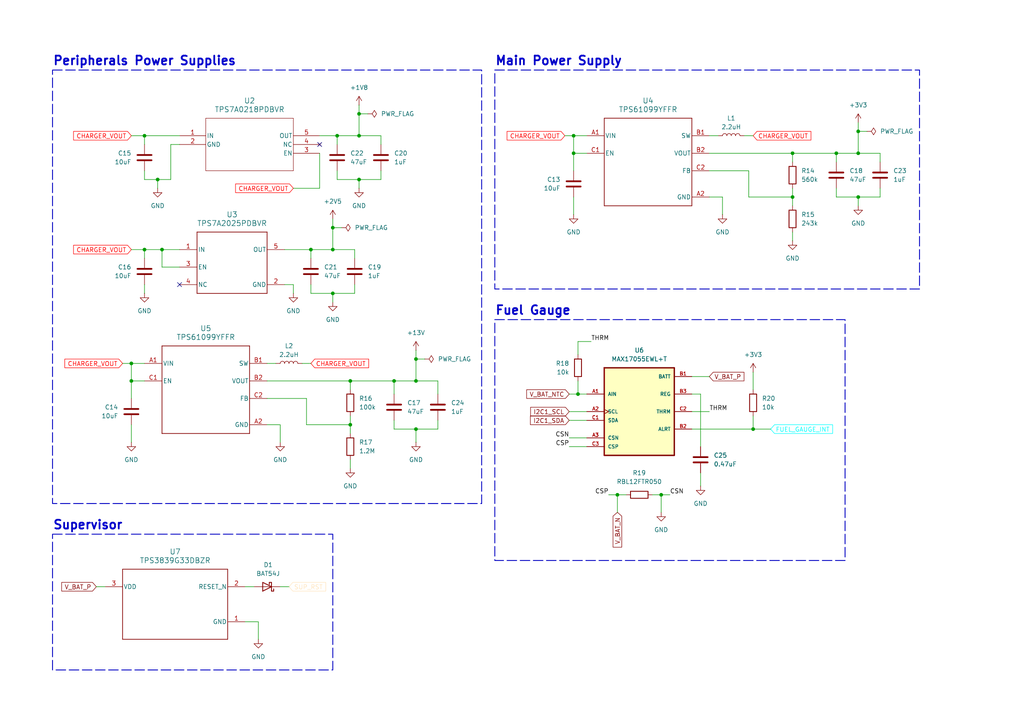
<source format=kicad_sch>
(kicad_sch (version 20250114) (generator "eeschema") (generator_version "9.0")
  (paper "A4")
  (title_block (title "HRVSTR") (date "2025-07-13") (rev "V1.0") (company "Smuggr"))
  (lib_symbols
    (symbol "Device:C" (pin_numbers (hide yes)) (pin_names (offset 0.254))
      (property "Reference" "C" (at 0.635 2.54 0))
      (property "Value" "C" (at 0.635 -2.54 0))
      (symbol "C_0_1"
        (polyline (pts (xy -2.032 0.762) (xy 2.032 0.762)) (stroke (width 0.508)))
        (polyline (pts (xy -2.032 -0.762) (xy 2.032 -0.762)) (stroke (width 0.508)))
      )
      (symbol "C_1_1"
        (pin passive line (at 0 3.81 270) (length 2.794) (name "~") (number "1"))
        (pin passive line (at 0 -3.81 90) (length 2.794) (name "~") (number "2"))
      )
    )
    (symbol "Device:L" (pin_numbers (hide yes)) (pin_names (offset 1.016) (hide yes))
      (property "Reference" "L" (at -1.27 0 90))
      (property "Value" "L" (at 1.905 0 90))
      (symbol "L_0_1"
        (arc (start 0 2.54) (mid 0.6323 1.905) (end 0 1.27))
        (arc (start 0 1.27) (mid 0.6323 0.635) (end 0 0))
        (arc (start 0 0) (mid 0.6323 -0.635) (end 0 -1.27))
        (arc (start 0 -1.27) (mid 0.6323 -1.905) (end 0 -2.54))
      )
      (symbol "L_1_1"
        (pin passive line (at 0 3.81 270) (length 1.27) (name "1") (number "1"))
        (pin passive line (at 0 -3.81 90) (length 1.27) (name "2") (number "2"))
      )
    )
    (symbol "Device:R" (pin_numbers (hide yes)) (pin_names (offset 0))
      (property "Reference" "R" (at 2.032 0 90))
      (property "Value" "R" (at 0 0 90))
      (symbol "R_0_1"
        (rectangle (start -1.016 -2.54) (end 1.016 2.54) (stroke (width 0.254)))
      )
      (symbol "R_1_1"
        (pin passive line (at 0 3.81 270) (length 1.27) (name "~") (number "1"))
        (pin passive line (at 0 -3.81 90) (length 1.27) (name "~") (number "2"))
      )
    )
    (symbol "Diode:BAT54J" (pin_numbers (hide yes)) (pin_names (offset 1.016) (hide yes))
      (property "Reference" "D" (at 0 2.54 0))
      (property "Value" "BAT54J" (at 0 -2.54 0))
      (symbol "BAT54J_0_1"
        (polyline (pts (xy -1.905 0.635) (xy -1.905 1.27) (xy -1.27 1.27) (xy -1.27 -1.27) (xy -0.635 -1.27) (xy -0.635 -0.635)) (stroke (width 0.254)))
        (polyline (pts (xy 1.27 1.27) (xy 1.27 -1.27) (xy -1.27 0) (xy 1.27 1.27)) (stroke (width 0.254)))
        (polyline (pts (xy 1.27 0) (xy -1.27 0)))
      )
      (symbol "BAT54J_1_1"
        (pin passive line (at -3.81 0 0) (length 2.54) (name "K") (number "1"))
        (pin passive line (at 3.81 0 180) (length 2.54) (name "A") (number "2"))
      )
    )
    (symbol "MAX17055EWL_T:MAX17055EWL_T" (pin_names (offset 1.016))
      (property "Reference" "U" (at -10.16 13.7 0))
      (property "Value" "MAX17055EWL_T" (at -10.16 -16.7 0))
      (symbol "MAX17055EWL_T_0_0"
        (rectangle (start -10.16 -12.7) (end 10.16 12.7) (stroke (width 0.41)) (fill (type background)))
        (pin input line (at -15.24 5.08 0) (length 5.08) (name "AIN") (number "A1"))
        (pin input clock (at -15.24 0 0) (length 5.08) (name "SCL") (number "A2"))
        (pin bidirectional line (at -15.24 -2.54 0) (length 5.08) (name "SDA") (number "C1"))
        (pin passive line (at -15.24 -7.62 0) (length 5.08) (name "CSN") (number "A3"))
        (pin passive line (at -15.24 -10.16 0) (length 5.08) (name "CSP") (number "C3"))
        (pin power_in line (at 15.24 10.16 180) (length 5.08) (name "BATT") (number "B1"))
        (pin output line (at 15.24 5.08 180) (length 5.08) (name "REG") (number "B3"))
        (pin output line (at 15.24 0 180) (length 5.08) (name "THRM") (number "C2"))
        (pin output line (at 15.24 -5.08 180) (length 5.08) (name "ALRT") (number "B2"))
      )
    )
    (symbol "TPS3839K33DBZT:TPS3839K33DBZT" (pin_names (offset 0.254))
      (property "Reference" "U" (at 0 2.54 0))
      (property "Value" "TPS3839K33DBZT" (at 0 0 0))
      (symbol "TPS3839K33DBZT_0_1"
        (polyline (pts (xy -15.24 10.16) (xy -15.24 -10.16)) (stroke (width 0.2032)))
        (polyline (pts (xy -15.24 -10.16) (xy 15.24 -10.16)) (stroke (width 0.2032)))
        (polyline (pts (xy 15.24 10.16) (xy -15.24 10.16)) (stroke (width 0.2032)))
        (polyline (pts (xy 15.24 -10.16) (xy 15.24 10.16)) (stroke (width 0.2032)))
        (pin power_in line (at -20.32 5.08 0) (length 5.08) (name "VDD") (number "3"))
        (pin input line (at 20.32 5.08 180) (length 5.08) (name "RESET_N") (number "2"))
        (pin power_in line (at 20.32 -5.08 180) (length 5.08) (name "GND") (number "1"))
      )
    )
    (symbol "TPS61099YFFR:TPS61099YFFR" (pin_names (offset 0.254))
      (property "Reference" "U" (at 0 2.54 0))
      (property "Value" "TPS61099YFFR" (at 0 0 0))
      (symbol "TPS61099YFFR_0_1"
        (polyline (pts (xy -12.7 12.7) (xy -12.7 -12.7)) (stroke (width 0.2032)))
        (polyline (pts (xy -12.7 -12.7) (xy 12.7 -12.7)) (stroke (width 0.2032)))
        (polyline (pts (xy 12.7 12.7) (xy -12.7 12.7)) (stroke (width 0.2032)))
        (polyline (pts (xy 12.7 -12.7) (xy 12.7 12.7)) (stroke (width 0.2032)))
        (pin power_in line (at -17.78 7.62 0) (length 5.08) (name "VIN") (number "A1"))
        (pin input line (at -17.78 2.54 0) (length 5.08) (name "EN") (number "C1"))
        (pin power_in line (at 17.78 7.62 180) (length 5.08) (name "SW") (number "B1"))
        (pin power_in line (at 17.78 2.54 180) (length 5.08) (name "VOUT") (number "B2"))
        (pin input line (at 17.78 -2.54 180) (length 5.08) (name "FB") (number "C2"))
        (pin power_in line (at 17.78 -10.16 180) (length 5.08) (name "GND") (number "A2"))
      )
    )
    (symbol "TPS7A0218DBVR:TPS7A0218DBVR" (pin_names (offset 0.254))
      (property "Reference" "U" (at 20.32 10.16 0))
      (property "Value" "TPS7A0218DBVR" (at 20.32 7.62 0))
      (symbol "TPS7A0218DBVR_0_1"
        (polyline (pts (xy 7.62 5.08) (xy 7.62 -10.16)) (stroke (width 0.127)))
        (polyline (pts (xy 7.62 -10.16) (xy 33.02 -10.16)) (stroke (width 0.127)))
        (polyline (pts (xy 33.02 5.08) (xy 7.62 5.08)) (stroke (width 0.127)))
        (polyline (pts (xy 33.02 -10.16) (xy 33.02 5.08)) (stroke (width 0.127)))
        (pin input line (at 0 0 0) (length 7.62) (name "IN") (number "1"))
        (pin power_out line (at 0 -2.54 0) (length 7.62) (name "GND") (number "2"))
        (pin output line (at 40.64 0 180) (length 7.62) (name "OUT") (number "5"))
        (pin no_connect line (at 40.64 -2.54 180) (length 7.62) (name "NC") (number "4"))
        (pin input line (at 40.64 -5.08 180) (length 7.62) (name "EN") (number "3"))
      )
    )
    (symbol "TPS7A2024PDBVR:TPS7A2024PDBVR" (pin_names (offset 0.254))
      (property "Reference" "U" (at 0 2.54 0))
      (property "Value" "TPS7A2024PDBVR" (at 0 0 0))
      (symbol "TPS7A2024PDBVR_0_1"
        (polyline (pts (xy 5.08 5.08) (xy 5.08 -12.7)) (stroke (width 0.2032)))
        (polyline (pts (xy 5.08 -12.7) (xy 25.4 -12.7)) (stroke (width 0.2032)))
        (polyline (pts (xy 25.4 5.08) (xy 5.08 5.08)) (stroke (width 0.2032)))
        (polyline (pts (xy 25.4 -12.7) (xy 25.4 5.08)) (stroke (width 0.2032)))
        (pin power_in line (at 0 0 0) (length 5.08) (name "IN") (number "1"))
        (pin input line (at 0 -5.08 0) (length 5.08) (name "EN") (number "3"))
        (pin unspecified line (at 0 -10.16 0) (length 5.08) (name "NC") (number "4"))
        (pin unspecified line (at 30.48 0 180) (length 5.08) (name "OUT") (number "5"))
        (pin power_in line (at 30.48 -10.16 180) (length 5.08) (name "GND") (number "2"))
      )
    )
    (symbol "power:+12V" (power) (pin_numbers (hide yes)) (pin_names (offset 0) (hide yes))
      (property "Value" "+12V" (at 0 3.556 0))
      (symbol "+12V_0_1"
        (polyline (pts (xy -0.762 1.27) (xy 0 2.54)))
        (polyline (pts (xy 0 2.54) (xy 0.762 1.27)))
        (polyline (pts (xy 0 0) (xy 0 2.54)))
      )
      (symbol "+12V_1_1"
        (pin power_in line (at 0 0 90) (length 0) (name "~") (number "1"))
      )
    )
    (symbol "power:+1V8" (power) (pin_numbers (hide yes)) (pin_names (offset 0) (hide yes))
      (property "Value" "+1V8" (at 0 3.556 0))
      (symbol "+1V8_0_1"
        (polyline (pts (xy -0.762 1.27) (xy 0 2.54)))
        (polyline (pts (xy 0 2.54) (xy 0.762 1.27)))
        (polyline (pts (xy 0 0) (xy 0 2.54)))
      )
      (symbol "+1V8_1_1"
        (pin power_in line (at 0 0 90) (length 0) (name "~") (number "1"))
      )
    )
    (symbol "power:+2V5" (power) (pin_numbers (hide yes)) (pin_names (offset 0) (hide yes))
      (property "Value" "+2V5" (at 0 3.556 0))
      (symbol "+2V5_0_1"
        (polyline (pts (xy -0.762 1.27) (xy 0 2.54)))
        (polyline (pts (xy 0 2.54) (xy 0.762 1.27)))
        (polyline (pts (xy 0 0) (xy 0 2.54)))
      )
      (symbol "+2V5_1_1"
        (pin power_in line (at 0 0 90) (length 0) (name "~") (number "1"))
      )
    )
    (symbol "power:+3V3" (power) (pin_numbers (hide yes)) (pin_names (offset 0) (hide yes))
      (property "Value" "+3V3" (at 0 3.556 0))
      (symbol "+3V3_0_1"
        (polyline (pts (xy -0.762 1.27) (xy 0 2.54)))
        (polyline (pts (xy 0 2.54) (xy 0.762 1.27)))
        (polyline (pts (xy 0 0) (xy 0 2.54)))
      )
      (symbol "+3V3_1_1"
        (pin power_in line (at 0 0 90) (length 0) (name "~") (number "1"))
      )
    )
    (symbol "power:GND" (power) (pin_numbers (hide yes)) (pin_names (offset 0) (hide yes))
      (property "Value" "GND" (at 0 -3.81 0))
      (symbol "GND_0_1"
        (polyline (pts (xy 0 0) (xy 0 -1.27) (xy 1.27 -1.27) (xy 0 -2.54) (xy -1.27 -1.27) (xy 0 -1.27)))
      )
      (symbol "GND_1_1"
        (pin power_in line (at 0 0 270) (length 0) (name "~") (number "1"))
      )
    )
    (symbol "power:PWR_FLAG" (power) (pin_numbers (hide yes)) (pin_names (offset 0) (hide yes))
      (property "Value" "PWR_FLAG" (at 0 3.81 0))
      (symbol "PWR_FLAG_0_0"
        (pin power_out line (at 0 0 90) (length 0) (name "~") (number "1"))
      )
      (symbol "PWR_FLAG_0_1"
        (polyline (pts (xy 0 0) (xy 0 1.27) (xy -1.016 1.905) (xy 0 2.54) (xy 1.016 1.905) (xy 0 1.27)))
      )
    )
  )
  (rectangle (start 15.24 154.94) (end 96.52 194.31) (stroke (width 0.254) (type dash)))
  (rectangle (start 15.24 20.32) (end 139.7 146.05) (stroke (width 0.254) (type dash)))
  (rectangle (start 143.51 20.32) (end 266.7 83.82) (stroke (width 0.254) (type dash)))
  (rectangle (start 143.51 92.71) (end 245.11 162.56) (stroke (width 0.254) (type dash)))
  (text "Supervisor" (at 15.24 152.4 0) (effects (font (size 2.54 2.54) (thickness 0.508) (bold yes)) (justify left)))
  (text "Main Power Supply" (at 143.51 17.78 0) (effects (font (size 2.54 2.54) (thickness 0.508) (bold yes)) (justify left)))
  (text "Fuel Gauge" (at 143.51 90.17 0) (effects (font (size 2.54 2.54) (thickness 0.508) (bold yes)) (justify left)))
  (text "Peripherals Power Supplies" (at 15.24 17.78 0) (effects (font (size 2.54 2.54) (thickness 0.508) (bold yes)) (justify left)))
  (junction (at 120.65 104.14))
  (junction (at 96.52 72.39))
  (junction (at 166.37 44.45))
  (junction (at 248.92 44.45))
  (junction (at 166.37 39.37))
  (junction (at 248.92 57.15))
  (junction (at 45.72 52.07))
  (junction (at 41.91 72.39))
  (junction (at 41.91 39.37))
  (junction (at 96.52 85.09))
  (junction (at 229.87 44.45))
  (junction (at 90.17 72.39))
  (junction (at 96.52 66.04))
  (junction (at 179.07 143.51))
  (junction (at 97.79 39.37))
  (junction (at 120.65 124.46))
  (junction (at 104.14 52.07))
  (junction (at 101.6 123.19))
  (junction (at 191.77 143.51))
  (junction (at 46.99 72.39))
  (junction (at 218.44 124.46))
  (junction (at 242.57 44.45))
  (junction (at 104.14 39.37))
  (junction (at 229.87 57.15))
  (junction (at 38.1 105.41))
  (junction (at 38.1 110.49))
  (junction (at 114.3 110.49))
  (junction (at 167.64 114.3))
  (junction (at 248.92 38.1))
  (junction (at 101.6 110.49))
  (junction (at 104.14 33.02))
  (junction (at 120.65 110.49))
  (no_connect (at 92.71 41.91))
  (no_connect (at 52.07 82.55))
  (wire (pts (xy 110.49 39.37) (xy 104.14 39.37)))
  (wire (pts (xy 191.77 143.51) (xy 189.23 143.51)))
  (wire (pts (xy 88.9 115.57) (xy 88.9 123.19)))
  (wire (pts (xy 41.91 110.49) (xy 38.1 110.49)))
  (wire (pts (xy 120.65 124.46) (xy 120.65 128.27)))
  (wire (pts (xy 229.87 57.15) (xy 229.87 59.69)))
  (wire (pts (xy 38.1 72.39) (xy 41.91 72.39)))
  (wire (pts (xy 218.44 107.95) (xy 218.44 113.03)))
  (wire (pts (xy 85.09 82.55) (xy 82.55 82.55)))
  (wire (pts (xy 120.65 104.14) (xy 120.65 110.49)))
  (wire (pts (xy 255.27 46.99) (xy 255.27 44.45)))
  (wire (pts (xy 248.92 35.56) (xy 248.92 38.1)))
  (wire (pts (xy 166.37 44.45) (xy 166.37 39.37)))
  (wire (pts (xy 194.31 143.51) (xy 191.77 143.51)))
  (wire (pts (xy 77.47 105.41) (xy 80.01 105.41)))
  (wire (pts (xy 215.9 39.37) (xy 218.44 39.37)))
  (wire (pts (xy 85.09 85.09) (xy 85.09 82.55)))
  (wire (pts (xy 52.07 77.47) (xy 46.99 77.47)))
  (wire (pts (xy 97.79 52.07) (xy 97.79 49.53)))
  (wire (pts (xy 127 124.46) (xy 120.65 124.46)))
  (wire (pts (xy 203.2 129.54) (xy 203.2 114.3)))
  (wire (pts (xy 97.79 39.37) (xy 97.79 41.91)))
  (wire (pts (xy 170.18 44.45) (xy 166.37 44.45)))
  (wire (pts (xy 229.87 44.45) (xy 229.87 46.99)))
  (wire (pts (xy 101.6 123.19) (xy 101.6 125.73)))
  (wire (pts (xy 104.14 30.48) (xy 104.14 33.02)))
  (wire (pts (xy 38.1 105.41) (xy 41.91 105.41)))
  (wire (pts (xy 110.49 49.53) (xy 110.49 52.07)))
  (wire (pts (xy 163.83 39.37) (xy 166.37 39.37)))
  (wire (pts (xy 217.17 49.53) (xy 217.17 57.15)))
  (wire (pts (xy 101.6 133.35) (xy 101.6 135.89)))
  (wire (pts (xy 167.64 110.49) (xy 167.64 114.3)))
  (wire (pts (xy 96.52 85.09) (xy 96.52 87.63)))
  (wire (pts (xy 218.44 124.46) (xy 218.44 120.65)))
  (wire (pts (xy 170.18 129.54) (xy 165.1 129.54)))
  (wire (pts (xy 104.14 39.37) (xy 97.79 39.37)))
  (wire (pts (xy 104.14 33.02) (xy 106.68 33.02)))
  (wire (pts (xy 88.9 123.19) (xy 101.6 123.19)))
  (wire (pts (xy 181.61 143.51) (xy 179.07 143.51)))
  (wire (pts (xy 41.91 49.53) (xy 41.91 52.07)))
  (wire (pts (xy 41.91 39.37) (xy 52.07 39.37)))
  (wire (pts (xy 104.14 52.07) (xy 97.79 52.07)))
  (wire (pts (xy 104.14 33.02) (xy 104.14 39.37)))
  (wire (pts (xy 49.53 52.07) (xy 49.53 41.91)))
  (wire (pts (xy 41.91 39.37) (xy 41.91 41.91)))
  (wire (pts (xy 200.66 119.38) (xy 205.74 119.38)))
  (wire (pts (xy 45.72 52.07) (xy 49.53 52.07)))
  (wire (pts (xy 167.64 114.3) (xy 170.18 114.3)))
  (wire (pts (xy 85.09 54.61) (xy 92.71 54.61)))
  (wire (pts (xy 248.92 38.1) (xy 248.92 44.45)))
  (wire (pts (xy 166.37 44.45) (xy 166.37 49.53)))
  (wire (pts (xy 104.14 52.07) (xy 104.14 54.61)))
  (wire (pts (xy 102.87 85.09) (xy 96.52 85.09)))
  (wire (pts (xy 203.2 137.16) (xy 203.2 140.97)))
  (wire (pts (xy 120.65 124.46) (xy 114.3 124.46)))
  (wire (pts (xy 229.87 44.45) (xy 242.57 44.45)))
  (wire (pts (xy 38.1 110.49) (xy 38.1 105.41)))
  (wire (pts (xy 82.55 72.39) (xy 90.17 72.39)))
  (wire (pts (xy 167.64 99.06) (xy 171.45 99.06)))
  (wire (pts (xy 102.87 82.55) (xy 102.87 85.09)))
  (wire (pts (xy 209.55 62.23) (xy 209.55 57.15)))
  (wire (pts (xy 90.17 72.39) (xy 90.17 74.93)))
  (wire (pts (xy 248.92 44.45) (xy 242.57 44.45)))
  (wire (pts (xy 101.6 110.49) (xy 114.3 110.49)))
  (wire (pts (xy 248.92 57.15) (xy 242.57 57.15)))
  (wire (pts (xy 205.74 49.53) (xy 217.17 49.53)))
  (wire (pts (xy 205.74 44.45) (xy 229.87 44.45)))
  (wire (pts (xy 90.17 85.09) (xy 90.17 82.55)))
  (wire (pts (xy 120.65 104.14) (xy 123.19 104.14)))
  (wire (pts (xy 92.71 54.61) (xy 92.71 44.45)))
  (wire (pts (xy 74.93 180.34) (xy 71.12 180.34)))
  (wire (pts (xy 165.1 121.92) (xy 170.18 121.92)))
  (wire (pts (xy 77.47 110.49) (xy 101.6 110.49)))
  (wire (pts (xy 255.27 57.15) (xy 248.92 57.15)))
  (wire (pts (xy 127 121.92) (xy 127 124.46)))
  (wire (pts (xy 242.57 44.45) (xy 242.57 46.99)))
  (wire (pts (xy 205.74 39.37) (xy 208.28 39.37)))
  (wire (pts (xy 41.91 82.55) (xy 41.91 85.09)))
  (wire (pts (xy 96.52 66.04) (xy 99.06 66.04)))
  (wire (pts (xy 46.99 72.39) (xy 52.07 72.39)))
  (wire (pts (xy 41.91 52.07) (xy 45.72 52.07)))
  (wire (pts (xy 41.91 72.39) (xy 46.99 72.39)))
  (wire (pts (xy 102.87 74.93) (xy 102.87 72.39)))
  (wire (pts (xy 229.87 54.61) (xy 229.87 57.15)))
  (wire (pts (xy 179.07 143.51) (xy 176.53 143.51)))
  (wire (pts (xy 38.1 123.19) (xy 38.1 128.27)))
  (wire (pts (xy 255.27 54.61) (xy 255.27 57.15)))
  (wire (pts (xy 96.52 72.39) (xy 90.17 72.39)))
  (wire (pts (xy 81.28 170.18) (xy 83.82 170.18)))
  (wire (pts (xy 71.12 170.18) (xy 73.66 170.18)))
  (wire (pts (xy 165.1 119.38) (xy 170.18 119.38)))
  (wire (pts (xy 41.91 72.39) (xy 41.91 74.93)))
  (wire (pts (xy 45.72 52.07) (xy 45.72 54.61)))
  (wire (pts (xy 217.17 57.15) (xy 229.87 57.15)))
  (wire (pts (xy 203.2 114.3) (xy 200.66 114.3)))
  (wire (pts (xy 248.92 38.1) (xy 251.46 38.1)))
  (wire (pts (xy 167.64 102.87) (xy 167.64 99.06)))
  (wire (pts (xy 46.99 77.47) (xy 46.99 72.39)))
  (wire (pts (xy 74.93 185.42) (xy 74.93 180.34)))
  (wire (pts (xy 96.52 63.5) (xy 96.52 66.04)))
  (wire (pts (xy 102.87 72.39) (xy 96.52 72.39)))
  (wire (pts (xy 127 110.49) (xy 120.65 110.49)))
  (wire (pts (xy 242.57 57.15) (xy 242.57 54.61)))
  (wire (pts (xy 81.28 123.19) (xy 77.47 123.19)))
  (wire (pts (xy 127 114.3) (xy 127 110.49)))
  (wire (pts (xy 209.55 57.15) (xy 205.74 57.15)))
  (wire (pts (xy 96.52 66.04) (xy 96.52 72.39)))
  (wire (pts (xy 166.37 39.37) (xy 170.18 39.37)))
  (wire (pts (xy 170.18 127) (xy 165.1 127)))
  (wire (pts (xy 166.37 57.15) (xy 166.37 62.23)))
  (wire (pts (xy 200.66 124.46) (xy 218.44 124.46)))
  (wire (pts (xy 97.79 39.37) (xy 92.71 39.37)))
  (wire (pts (xy 101.6 110.49) (xy 101.6 113.03)))
  (wire (pts (xy 96.52 85.09) (xy 90.17 85.09)))
  (wire (pts (xy 81.28 128.27) (xy 81.28 123.19)))
  (wire (pts (xy 165.1 114.3) (xy 167.64 114.3)))
  (wire (pts (xy 218.44 124.46) (xy 223.52 124.46)))
  (wire (pts (xy 87.63 105.41) (xy 90.17 105.41)))
  (wire (pts (xy 229.87 67.31) (xy 229.87 69.85)))
  (wire (pts (xy 35.56 105.41) (xy 38.1 105.41)))
  (wire (pts (xy 120.65 110.49) (xy 114.3 110.49)))
  (wire (pts (xy 27.94 170.18) (xy 30.48 170.18)))
  (wire (pts (xy 120.65 101.6) (xy 120.65 104.14)))
  (wire (pts (xy 114.3 124.46) (xy 114.3 121.92)))
  (wire (pts (xy 200.66 109.22) (xy 205.74 109.22)))
  (wire (pts (xy 77.47 115.57) (xy 88.9 115.57)))
  (wire (pts (xy 248.92 57.15) (xy 248.92 59.69)))
  (wire (pts (xy 38.1 110.49) (xy 38.1 115.57)))
  (wire (pts (xy 114.3 110.49) (xy 114.3 114.3)))
  (wire (pts (xy 191.77 143.51) (xy 191.77 148.59)))
  (wire (pts (xy 101.6 120.65) (xy 101.6 123.19)))
  (wire (pts (xy 255.27 44.45) (xy 248.92 44.45)))
  (wire (pts (xy 179.07 143.51) (xy 179.07 148.59)))
  (wire (pts (xy 110.49 41.91) (xy 110.49 39.37)))
  (wire (pts (xy 38.1 39.37) (xy 41.91 39.37)))
  (wire (pts (xy 49.53 41.91) (xy 52.07 41.91)))
  (wire (pts (xy 110.49 52.07) (xy 104.14 52.07)))
  (label "THRM" (at 171.45 99.06 0))
  (label "CSN" (at 165.1 127 180))
  (label "CSP" (at 176.53 143.51 180))
  (label "THRM" (at 205.74 119.38 0))
  (label "CSN" (at 194.31 143.51 0))
  (label "CSP" (at 165.1 129.54 180))
  (global_label "CHARGER_VOUT" (shape input) (at 163.83 39.37 180) (property "Intersheetrefs" "${INTERSHEET_REFS}" (effects (hide yes))))
  (global_label "CHARGER_VOUT" (shape input) (at 218.44 39.37 0) (property "Intersheetrefs" "${INTERSHEET_REFS}" (effects (hide yes))))
  (global_label "V_BAT_NTC" (shape input) (at 165.1 114.3 180) (property "Intersheetrefs" "${INTERSHEET_REFS}" (effects (hide yes))))
  (global_label "V_BAT_N" (shape input) (at 179.07 148.59 270) (property "Intersheetrefs" "${INTERSHEET_REFS}" (effects (hide yes))))
  (global_label "SUP_RST" (shape input) (at 83.82 170.18 0) (property "Intersheetrefs" "${INTERSHEET_REFS}" (effects (hide yes))))
  (global_label "CHARGER_VOUT" (shape input) (at 38.1 39.37 180) (property "Intersheetrefs" "${INTERSHEET_REFS}" (effects (hide yes))))
  (global_label "CHARGER_VOUT" (shape input) (at 90.17 105.41 0) (property "Intersheetrefs" "${INTERSHEET_REFS}" (effects (hide yes))))
  (global_label "CHARGER_VOUT" (shape input) (at 35.56 105.41 180) (property "Intersheetrefs" "${INTERSHEET_REFS}" (effects (hide yes))))
  (global_label "V_BAT_P" (shape input) (at 205.74 109.22 0) (property "Intersheetrefs" "${INTERSHEET_REFS}" (effects (hide yes))))
  (global_label "I2C1_SCL" (shape input) (at 165.1 119.38 180) (property "Intersheetrefs" "${INTERSHEET_REFS}" (effects (hide yes))))
  (global_label "V_BAT_P" (shape input) (at 27.94 170.18 180) (property "Intersheetrefs" "${INTERSHEET_REFS}" (effects (hide yes))))
  (global_label "I2C1_SDA" (shape input) (at 165.1 121.92 180) (property "Intersheetrefs" "${INTERSHEET_REFS}" (effects (hide yes))))
  (global_label "CHARGER_VOUT" (shape input) (at 85.09 54.61 180) (property "Intersheetrefs" "${INTERSHEET_REFS}" (effects (hide yes))))
  (global_label "CHARGER_VOUT" (shape input) (at 38.1 72.39 180) (property "Intersheetrefs" "${INTERSHEET_REFS}" (effects (hide yes))))
  (global_label "FUEL_GAUGE_INT" (shape input) (at 223.52 124.46 0) (property "Intersheetrefs" "${INTERSHEET_REFS}" (effects (hide yes))))
  (symbol (lib_id "Device:L") (at 83.82 105.41 90) (unit 1)
    (property "Reference" "L2" (at 83.82 100.33 90))
    (property "Value" "2.2uH" (at 83.82 102.87 90))
    (property "Description" "Inductor" (effects (hide yes)))
  )
  (symbol (lib_id "Device:C") (at 41.91 78.74 0) (mirror x) (unit 1)
    (property "Reference" "C16" (at 38.1 77.4699 0) (effects (justify right)))
    (property "Value" "10uF" (at 38.1 80.0099 0) (effects (justify right)))
    (property "Description" "Unpolarized capacitor" (effects (hide yes)))
  )
  (symbol (lib_id "Device:C") (at 203.2 133.35 0) (unit 1)
    (property "Reference" "C25" (at 207.01 132.0799 0) (effects (justify left)))
    (property "Value" "0.47uF" (at 207.01 134.6199 0) (effects (justify left)))
    (property "Description" "Unpolarized capacitor" (effects (hide yes)))
  )
  (symbol (lib_id "Device:R") (at 167.64 106.68 0) (mirror y) (unit 1)
    (property "Reference" "R18" (at 165.1 105.4099 0) (effects (justify left)))
    (property "Value" "10k" (at 165.1 107.9499 0) (effects (justify left)))
    (property "Description" "Resistor" (effects (hide yes)))
  )
  (symbol (lib_id "Device:C") (at 166.37 53.34 0) (mirror y) (unit 1)
    (property "Reference" "C13" (at 162.56 52.0699 0) (effects (justify left)))
    (property "Value" "10uF" (at 162.56 54.6099 0) (effects (justify left)))
    (property "Description" "Unpolarized capacitor" (effects (hide yes)))
  )
  (symbol (lib_id "Device:R") (at 229.87 63.5 0) (unit 1)
    (property "Reference" "R15" (at 232.41 62.2299 0) (effects (justify left)))
    (property "Value" "243k" (at 232.41 64.7699 0) (effects (justify left)))
    (property "Description" "Resistor" (effects (hide yes)))
  )
  (symbol (lib_id "Device:C") (at 110.49 45.72 0) (unit 1)
    (property "Reference" "C20" (at 114.3 44.4499 0) (effects (justify left)))
    (property "Value" "1uF" (at 114.3 46.9899 0) (effects (justify left)))
    (property "Description" "Unpolarized capacitor" (effects (hide yes)))
  )
  (symbol (lib_id "Diode:BAT54J") (at 77.47 170.18 180) (unit 1)
    (property "Reference" "D1" (at 77.7875 163.83 0))
    (property "Value" "BAT54J" (at 77.7875 166.37 0))
    (property "Footprint" "Diode_SMD:D_SOD-323F" (effects (hide yes)))
    (property "Datasheet" "https://assets.nexperia.com/documents/data-sheet/BAT54J.pdf" (effects (hide yes)))
    (property "Description" "30V 200mA Schottky diode, SOD-323F" (effects (hide yes)))
  )
  (symbol (lib_id "power:+3V3") (at 248.92 35.56 0) (unit 1)
    (property "Reference" "#PWR033" (effects (hide yes)))
    (property "Value" "+3V3" (at 248.92 30.48 0))
    (property "Description" "Power symbol creates a global label with name \"+3V3\"" (effects (hide yes)))
  )
  (symbol (lib_id "TPS3839K33DBZT:TPS3839K33DBZT") (at 50.8 175.26 0) (unit 1)
    (property "Reference" "U7" (at 50.8 160.02 0) (effects (font (size 1.524 1.524))))
    (property "Value" "TPS3839G33DBZR" (at 50.8 162.56 0) (effects (font (size 1.524 1.524))))
    (property "Footprint" "Footprints:TPS3839K33DBZT" (effects (hide yes)))
    (property "Datasheet" "https://www.ti.com/lit/gpn/tps3839" (effects (hide yes)))
    (property "Description" "Supervisor" (effects (hide yes)))
  )
  (symbol (lib_id "power:PWR_FLAG") (at 106.68 33.02 270) (unit 1)
    (property "Reference" "#FLG02" (effects (hide yes)))
    (property "Value" "PWR_FLAG" (at 110.49 33.0199 90) (effects (justify left)))
    (property "Description" "Special symbol for telling ERC where power comes from" (effects (hide yes)))
  )
  (symbol (lib_id "power:+12V") (at 120.65 101.6 0) (unit 1)
    (property "Reference" "#PWR035" (effects (hide yes)))
    (property "Value" "+13V" (at 120.65 96.52 0))
    (property "Description" "Power symbol creates a global label with name \"+13V\"" (effects (hide yes)))
  )
  (symbol (lib_id "power:+1V8") (at 104.14 30.48 0) (unit 1)
    (property "Reference" "#PWR031" (effects (hide yes)))
    (property "Value" "+1V8" (at 104.14 25.4 0))
    (property "Description" "Power symbol creates a global label with name \"+1V8\"" (effects (hide yes)))
  )
  (symbol (lib_id "Device:C") (at 127 118.11 0) (unit 1)
    (property "Reference" "C24" (at 130.81 116.8399 0) (effects (justify left)))
    (property "Value" "1uF" (at 130.81 119.3799 0) (effects (justify left)))
    (property "Description" "Unpolarized capacitor" (effects (hide yes)))
  )
  (symbol (lib_id "TPS7A0218DBVR:TPS7A0218DBVR") (at 52.07 39.37 0) (unit 1)
    (property "Reference" "U2" (at 72.39 29.21 0) (effects (font (size 1.524 1.524))))
    (property "Value" "TPS7A0218PDBVR" (at 72.39 31.75 0) (effects (font (size 1.524 1.524))))
    (property "Footprint" "SOT23_DBV_TEX" (effects (hide yes)))
    (property "Datasheet" "https://www.ti.com/lit/gpn/tps7a02" (effects (hide yes)))
  )
  (symbol (lib_id "power:PWR_FLAG") (at 99.06 66.04 270) (unit 1)
    (property "Reference" "#FLG01" (effects (hide yes)))
    (property "Value" "PWR_FLAG" (at 102.87 66.0399 90) (effects (justify left)))
    (property "Description" "Special symbol for telling ERC where power comes from" (effects (hide yes)))
  )
  (symbol (lib_id "power:GND") (at 166.37 62.23 0) (unit 1)
    (property "Reference" "#PWR020" (effects (hide yes)))
    (property "Value" "GND" (at 166.37 67.31 0))
    (property "Description" "Power symbol creates a global label with name \"GND\" , ground" (effects (hide yes)))
  )
  (symbol (lib_id "Device:R") (at 101.6 129.54 0) (unit 1)
    (property "Reference" "R17" (at 104.14 128.2699 0) (effects (justify left)))
    (property "Value" "1.2M" (at 104.14 130.8099 0) (effects (justify left)))
    (property "Description" "Resistor" (effects (hide yes)))
  )
  (symbol (lib_id "power:GND") (at 41.91 85.09 0) (unit 1)
    (property "Reference" "#PWR022" (effects (hide yes)))
    (property "Value" "GND" (at 41.91 90.17 0))
    (property "Description" "Power symbol creates a global label with name \"GND\" , ground" (effects (hide yes)))
  )
  (symbol (lib_id "power:PWR_FLAG") (at 123.19 104.14 270) (unit 1)
    (property "Reference" "#FLG04" (effects (hide yes)))
    (property "Value" "PWR_FLAG" (at 127 104.1399 90) (effects (justify left)))
    (property "Description" "Special symbol for telling ERC where power comes from" (effects (hide yes)))
  )
  (symbol (lib_id "Device:C") (at 114.3 118.11 0) (unit 1)
    (property "Reference" "C17" (at 118.11 116.8399 0) (effects (justify left)))
    (property "Value" "47uF" (at 118.11 119.3799 0) (effects (justify left)))
    (property "Description" "Unpolarized capacitor" (effects (hide yes)))
  )
  (symbol (lib_id "power:+2V5") (at 96.52 63.5 0) (unit 1)
    (property "Reference" "#PWR027" (effects (hide yes)))
    (property "Value" "+2V5" (at 96.52 58.42 0))
    (property "Description" "Power symbol creates a global label with name \"+2V4\"" (effects (hide yes)))
  )
  (symbol (lib_id "power:GND") (at 96.52 87.63 0) (unit 1)
    (property "Reference" "#PWR028" (effects (hide yes)))
    (property "Value" "GND" (at 96.52 92.71 0))
    (property "Description" "Power symbol creates a global label with name \"GND\" , ground" (effects (hide yes)))
  )
  (symbol (lib_id "TPS7A2024PDBVR:TPS7A2024PDBVR") (at 52.07 72.39 0) (unit 1)
    (property "Reference" "U3" (at 67.31 62.23 0) (effects (font (size 1.524 1.524))))
    (property "Value" "TPS7A2025PDBVR" (at 67.31 64.77 0) (effects (font (size 1.524 1.524))))
    (property "Footprint" "DBV0005A-IPC_A" (effects (hide yes)))
    (property "Datasheet" "https://www.ti.com/lit/gpn/tps7a20" (effects (hide yes)))
  )
  (symbol (lib_id "power:GND") (at 74.93 185.42 0) (unit 1)
    (property "Reference" "#PWR040" (effects (hide yes)))
    (property "Value" "GND" (at 74.93 190.5 0))
    (property "Description" "Power symbol creates a global label with name \"GND\" , ground" (effects (hide yes)))
  )
  (symbol (lib_id "Device:C") (at 102.87 78.74 0) (unit 1)
    (property "Reference" "C19" (at 106.68 77.4699 0) (effects (justify left)))
    (property "Value" "1uF" (at 106.68 80.0099 0) (effects (justify left)))
    (property "Description" "Unpolarized capacitor" (effects (hide yes)))
  )
  (symbol (lib_id "power:GND") (at 45.72 54.61 0) (unit 1)
    (property "Reference" "#PWR023" (effects (hide yes)))
    (property "Value" "GND" (at 45.72 59.69 0))
    (property "Description" "Power symbol creates a global label with name \"GND\" , ground" (effects (hide yes)))
  )
  (symbol (lib_id "power:GND") (at 101.6 135.89 0) (unit 1)
    (property "Reference" "#PWR030" (effects (hide yes)))
    (property "Value" "GND" (at 101.6 140.97 0))
    (property "Description" "Power symbol creates a global label with name \"GND\" , ground" (effects (hide yes)))
  )
  (symbol (lib_id "power:GND") (at 104.14 54.61 0) (unit 1)
    (property "Reference" "#PWR032" (effects (hide yes)))
    (property "Value" "GND" (at 104.14 59.69 0))
    (property "Description" "Power symbol creates a global label with name \"GND\" , ground" (effects (hide yes)))
  )
  (symbol (lib_id "power:PWR_FLAG") (at 251.46 38.1 270) (unit 1)
    (property "Reference" "#FLG03" (effects (hide yes)))
    (property "Value" "PWR_FLAG" (at 255.27 38.0999 90) (effects (justify left)))
    (property "Description" "Special symbol for telling ERC where power comes from" (effects (hide yes)))
  )
  (symbol (lib_id "Device:C") (at 38.1 119.38 0) (mirror y) (unit 1)
    (property "Reference" "C14" (at 34.29 118.1099 0) (effects (justify left)))
    (property "Value" "10uF" (at 34.29 120.6499 0) (effects (justify left)))
    (property "Description" "Unpolarized capacitor" (effects (hide yes)))
  )
  (symbol (lib_id "Device:C") (at 255.27 50.8 0) (unit 1)
    (property "Reference" "C23" (at 259.08 49.5299 0) (effects (justify left)))
    (property "Value" "1uF" (at 259.08 52.0699 0) (effects (justify left)))
    (property "Description" "Unpolarized capacitor" (effects (hide yes)))
  )
  (symbol (lib_id "TPS61099YFFR:TPS61099YFFR") (at 187.96 46.99 0) (unit 1)
    (property "Reference" "U4" (at 187.96 29.21 0) (effects (font (size 1.524 1.524))))
    (property "Value" "TPS61099YFFR" (at 187.96 31.75 0) (effects (font (size 1.524 1.524))))
    (property "Footprint" "YFF0006AFAD" (effects (hide yes)))
    (property "Datasheet" "https://www.ti.com/lit/gpn/tps61099" (effects (hide yes)))
  )
  (symbol (lib_id "power:GND") (at 120.65 128.27 0) (unit 1)
    (property "Reference" "#PWR036" (effects (hide yes)))
    (property "Value" "GND" (at 120.65 133.35 0))
    (property "Description" "Power symbol creates a global label with name \"GND\" , ground" (effects (hide yes)))
  )
  (symbol (lib_id "Device:C") (at 97.79 45.72 0) (unit 1)
    (property "Reference" "C22" (at 101.6 44.4499 0) (effects (justify left)))
    (property "Value" "47uF" (at 101.6 46.9899 0) (effects (justify left)))
    (property "Description" "Unpolarized capacitor" (effects (hide yes)))
  )
  (symbol (lib_id "Device:C") (at 90.17 78.74 0) (unit 1)
    (property "Reference" "C21" (at 93.98 77.4699 0) (effects (justify left)))
    (property "Value" "47uF" (at 93.98 80.0099 0) (effects (justify left)))
    (property "Description" "Unpolarized capacitor" (effects (hide yes)))
  )
  (symbol (lib_id "Device:R") (at 218.44 116.84 0) (unit 1)
    (property "Reference" "R20" (at 220.98 115.5699 0) (effects (justify left)))
    (property "Value" "10k" (at 220.98 118.1099 0) (effects (justify left)))
    (property "Description" "Resistor" (effects (hide yes)))
  )
  (symbol (lib_id "Device:R") (at 101.6 116.84 0) (unit 1)
    (property "Reference" "R16" (at 104.14 115.5699 0) (effects (justify left)))
    (property "Value" "100k" (at 104.14 118.1099 0) (effects (justify left)))
    (property "Description" "Resistor" (effects (hide yes)))
  )
  (symbol (lib_id "power:GND") (at 209.55 62.23 0) (unit 1)
    (property "Reference" "#PWR024" (effects (hide yes)))
    (property "Value" "GND" (at 209.55 67.31 0))
    (property "Description" "Power symbol creates a global label with name \"GND\" , ground" (effects (hide yes)))
  )
  (symbol (lib_id "power:GND") (at 229.87 69.85 0) (unit 1)
    (property "Reference" "#PWR029" (effects (hide yes)))
    (property "Value" "GND" (at 229.87 74.93 0))
    (property "Description" "Power symbol creates a global label with name \"GND\" , ground" (effects (hide yes)))
  )
  (symbol (lib_id "power:GND") (at 203.2 140.97 0) (unit 1)
    (property "Reference" "#PWR038" (effects (hide yes)))
    (property "Value" "GND" (at 203.2 146.05 0))
    (property "Description" "Power symbol creates a global label with name \"GND\" , ground" (effects (hide yes)))
  )
  (symbol (lib_id "Device:R") (at 185.42 143.51 90) (unit 1)
    (property "Reference" "R19" (at 185.42 137.16 90))
    (property "Value" "RBL12FTR050" (at 185.42 139.7 90))
    (property "Description" "Resistor" (effects (hide yes)))
  )
  (symbol (lib_id "power:GND") (at 81.28 128.27 0) (unit 1)
    (property "Reference" "#PWR025" (effects (hide yes)))
    (property "Value" "GND" (at 81.28 133.35 0))
    (property "Description" "Power symbol creates a global label with name \"GND\" , ground" (effects (hide yes)))
  )
  (symbol (lib_id "Device:R") (at 229.87 50.8 0) (unit 1)
    (property "Reference" "R14" (at 232.41 49.5299 0) (effects (justify left)))
    (property "Value" "560k" (at 232.41 52.0699 0) (effects (justify left)))
    (property "Description" "Resistor" (effects (hide yes)))
  )
  (symbol (lib_id "power:GND") (at 38.1 128.27 0) (unit 1)
    (property "Reference" "#PWR021" (effects (hide yes)))
    (property "Value" "GND" (at 38.1 133.35 0))
    (property "Description" "Power symbol creates a global label with name \"GND\" , ground" (effects (hide yes)))
  )
  (symbol (lib_id "power:+3V3") (at 218.44 107.95 0) (unit 1)
    (property "Reference" "#PWR039" (effects (hide yes)))
    (property "Value" "+3V3" (at 218.44 102.87 0))
    (property "Description" "Power symbol creates a global label with name \"+3V3\"" (effects (hide yes)))
  )
  (symbol (lib_id "Device:L") (at 212.09 39.37 90) (unit 1)
    (property "Reference" "L1" (at 212.09 34.29 90))
    (property "Value" "2.2uH" (at 212.09 36.83 90))
    (property "Description" "Inductor" (effects (hide yes)))
  )
  (symbol (lib_id "TPS61099YFFR:TPS61099YFFR") (at 59.69 113.03 0) (unit 1)
    (property "Reference" "U5" (at 59.69 95.25 0) (effects (font (size 1.524 1.524))))
    (property "Value" "TPS61099YFFR" (at 59.69 97.79 0) (effects (font (size 1.524 1.524))))
    (property "Footprint" "YFF0006AFAD" (effects (hide yes)))
    (property "Datasheet" "https://www.ti.com/lit/gpn/tps61099" (effects (hide yes)))
  )
  (symbol (lib_id "power:GND") (at 191.77 148.59 0) (unit 1)
    (property "Reference" "#PWR037" (effects (hide yes)))
    (property "Value" "GND" (at 191.77 153.67 0))
    (property "Description" "Power symbol creates a global label with name \"GND\" , ground" (effects (hide yes)))
  )
  (symbol (lib_id "Device:C") (at 242.57 50.8 0) (unit 1)
    (property "Reference" "C18" (at 246.38 49.5299 0) (effects (justify left)))
    (property "Value" "47uF" (at 246.38 52.0699 0) (effects (justify left)))
    (property "Description" "Unpolarized capacitor" (effects (hide yes)))
  )
  (symbol (lib_id "MAX17055EWL_T:MAX17055EWL_T") (at 185.42 119.38 0) (unit 1)
    (property "Reference" "U6" (at 185.42 101.6 0))
    (property "Value" "MAX17055EWL+T" (at 185.42 104.14 0))
    (property "Footprint" "MAX17055EWL_T:BGA9N40P3X3_140X149X69N" (effects (hide yes)))
    (property "MF" "Analog Devices" (effects (hide yes)))
    (property "DESCRIPTION" "Battery Fuel Gauge, Li-Ion, Wlp-9" (effects (hide yes)))
    (property "PACKAGE" "WLP-9 Maxim" (effects (hide yes)))
    (property "PRICE" "None" (effects (hide yes)))
    (property "Package" "WLP-9 Maxim" (effects (hide yes)))
    (property "Check_prices" "https://www.snapeda.com/parts/MAX17055EWL+T/Analog+Devices/view-part/?ref=eda" (effects (hide yes)))
    (property "Price" "None" (effects (hide yes)))
    (property "SnapEDA_Link" "https://www.snapeda.com/parts/MAX17055EWL+T/Analog+Devices/view-part/?ref=snap" (effects (hide yes)))
    (property "MP" "MAX17055EWL+T" (effects (hide yes)))
    (property "Availability" "In Stock" (effects (hide yes)))
    (property "AVAILABILITY" "Unavailable" (effects (hide yes)))
    (property "Description_1" "7µA 1-Cell Fuel Gauge with ModelGauge m5 EZ" (effects (hide yes)))
  )
  (symbol (lib_id "power:GND") (at 85.09 85.09 0) (unit 1)
    (property "Reference" "#PWR026" (effects (hide yes)))
    (property "Value" "GND" (at 85.09 90.17 0))
    (property "Description" "Power symbol creates a global label with name \"GND\" , ground" (effects (hide yes)))
  )
  (symbol (lib_id "power:GND") (at 248.92 59.69 0) (unit 1)
    (property "Reference" "#PWR034" (effects (hide yes)))
    (property "Value" "GND" (at 248.92 64.77 0))
    (property "Description" "Power symbol creates a global label with name \"GND\" , ground" (effects (hide yes)))
  )
  (symbol (lib_id "Device:C") (at 41.91 45.72 0) (mirror x) (unit 1)
    (property "Reference" "C15" (at 38.1 44.4499 0) (effects (justify right)))
    (property "Value" "10uF" (at 38.1 46.9899 0) (effects (justify right)))
    (property "Description" "Unpolarized capacitor" (effects (hide yes)))
  )
)
</source>
